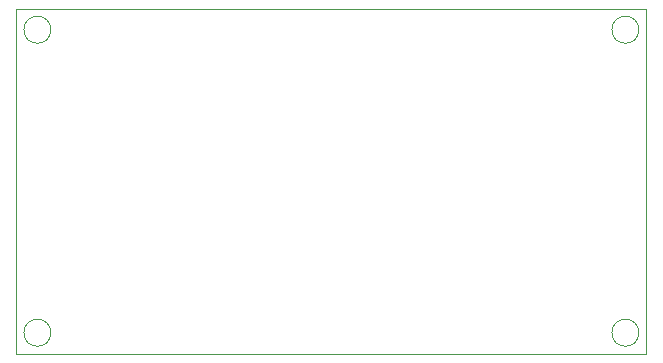
<source format=gbr>
%TF.GenerationSoftware,KiCad,Pcbnew,(6.0.2)*%
%TF.CreationDate,2022-04-13T02:02:00+09:00*%
%TF.ProjectId,joystick-input,6a6f7973-7469-4636-9b2d-696e7075742e,rev?*%
%TF.SameCoordinates,Original*%
%TF.FileFunction,Profile,NP*%
%FSLAX46Y46*%
G04 Gerber Fmt 4.6, Leading zero omitted, Abs format (unit mm)*
G04 Created by KiCad (PCBNEW (6.0.2)) date 2022-04-13 02:02:00*
%MOMM*%
%LPD*%
G01*
G04 APERTURE LIST*
%TA.AperFunction,Profile*%
%ADD10C,0.050000*%
%TD*%
%TA.AperFunction,Profile*%
%ADD11C,0.100000*%
%TD*%
G04 APERTURE END LIST*
D10*
X130175000Y-107061000D02*
G75*
G03*
X130175000Y-107061000I-1143000J0D01*
G01*
X130175000Y-81407000D02*
G75*
G03*
X130175000Y-81407000I-1143000J0D01*
G01*
D11*
X180594000Y-79629000D02*
X180594000Y-108839000D01*
D10*
X179959000Y-81407000D02*
G75*
G03*
X179959000Y-81407000I-1143000J0D01*
G01*
D11*
X180594000Y-108839000D02*
X127254000Y-108839000D01*
X127254000Y-108839000D02*
X127254000Y-79629000D01*
D10*
X179959000Y-107061000D02*
G75*
G03*
X179959000Y-107061000I-1143000J0D01*
G01*
D11*
X127254000Y-79629000D02*
X180594000Y-79629000D01*
M02*

</source>
